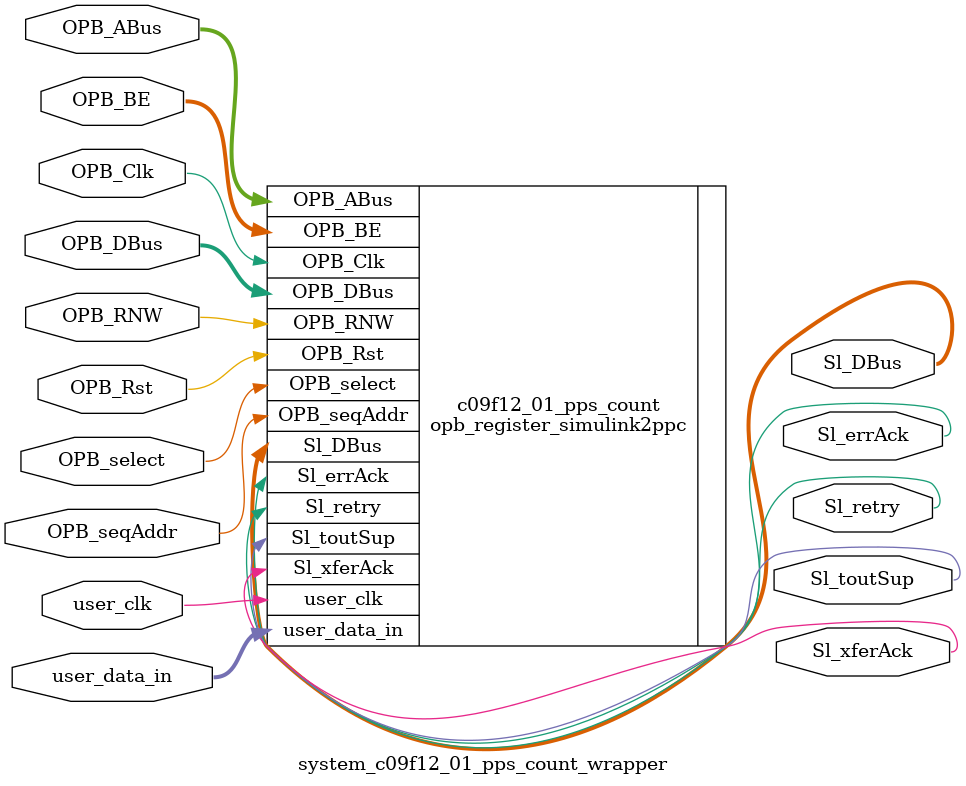
<source format=v>

module system_c09f12_01_pps_count_wrapper
  (
    OPB_Clk,
    OPB_Rst,
    Sl_DBus,
    Sl_errAck,
    Sl_retry,
    Sl_toutSup,
    Sl_xferAck,
    OPB_ABus,
    OPB_BE,
    OPB_DBus,
    OPB_RNW,
    OPB_select,
    OPB_seqAddr,
    user_data_in,
    user_clk
  );
  input OPB_Clk;
  input OPB_Rst;
  output [0:31] Sl_DBus;
  output Sl_errAck;
  output Sl_retry;
  output Sl_toutSup;
  output Sl_xferAck;
  input [0:31] OPB_ABus;
  input [0:3] OPB_BE;
  input [0:31] OPB_DBus;
  input OPB_RNW;
  input OPB_select;
  input OPB_seqAddr;
  input [31:0] user_data_in;
  input user_clk;

  opb_register_simulink2ppc
    #(
      .C_BASEADDR ( 32'h01094A00 ),
      .C_HIGHADDR ( 32'h01094AFF ),
      .C_OPB_AWIDTH ( 32 ),
      .C_OPB_DWIDTH ( 32 ),
      .C_FAMILY ( "virtex5" )
    )
    c09f12_01_pps_count (
      .OPB_Clk ( OPB_Clk ),
      .OPB_Rst ( OPB_Rst ),
      .Sl_DBus ( Sl_DBus ),
      .Sl_errAck ( Sl_errAck ),
      .Sl_retry ( Sl_retry ),
      .Sl_toutSup ( Sl_toutSup ),
      .Sl_xferAck ( Sl_xferAck ),
      .OPB_ABus ( OPB_ABus ),
      .OPB_BE ( OPB_BE ),
      .OPB_DBus ( OPB_DBus ),
      .OPB_RNW ( OPB_RNW ),
      .OPB_select ( OPB_select ),
      .OPB_seqAddr ( OPB_seqAddr ),
      .user_data_in ( user_data_in ),
      .user_clk ( user_clk )
    );

endmodule


</source>
